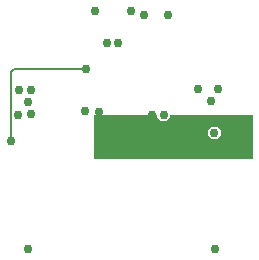
<source format=gbr>
G04 EAGLE Gerber RS-274X export*
G75*
%MOMM*%
%FSLAX34Y34*%
%LPD*%
%INCopper Layer 15*%
%IPPOS*%
%AMOC8*
5,1,8,0,0,1.08239X$1,22.5*%
G01*
%ADD10C,0.756400*%
%ADD11C,0.152400*%
%ADD12C,0.406400*%

G36*
X237520Y82242D02*
X237520Y82242D01*
X237539Y82240D01*
X237641Y82262D01*
X237743Y82279D01*
X237760Y82288D01*
X237780Y82292D01*
X237869Y82345D01*
X237960Y82394D01*
X237974Y82408D01*
X237991Y82418D01*
X238058Y82497D01*
X238130Y82572D01*
X238138Y82590D01*
X238151Y82605D01*
X238190Y82701D01*
X238233Y82795D01*
X238235Y82815D01*
X238243Y82833D01*
X238261Y83000D01*
X238261Y119000D01*
X238258Y119020D01*
X238260Y119039D01*
X238238Y119141D01*
X238222Y119243D01*
X238212Y119260D01*
X238208Y119280D01*
X238155Y119369D01*
X238106Y119460D01*
X238092Y119474D01*
X238082Y119491D01*
X238003Y119558D01*
X237928Y119630D01*
X237910Y119638D01*
X237895Y119651D01*
X237799Y119690D01*
X237705Y119733D01*
X237685Y119735D01*
X237667Y119743D01*
X237500Y119761D01*
X168568Y119761D01*
X168548Y119758D01*
X168529Y119760D01*
X168427Y119738D01*
X168325Y119722D01*
X168308Y119712D01*
X168288Y119708D01*
X168199Y119655D01*
X168108Y119606D01*
X168094Y119592D01*
X168077Y119582D01*
X168010Y119503D01*
X167938Y119428D01*
X167930Y119410D01*
X167917Y119395D01*
X167878Y119299D01*
X167835Y119205D01*
X167833Y119185D01*
X167825Y119167D01*
X167807Y119000D01*
X167807Y117834D01*
X164698Y114725D01*
X160302Y114725D01*
X157193Y117834D01*
X157193Y119000D01*
X157190Y119020D01*
X157192Y119039D01*
X157170Y119141D01*
X157154Y119243D01*
X157144Y119260D01*
X157140Y119280D01*
X157087Y119369D01*
X157038Y119460D01*
X157024Y119474D01*
X157014Y119491D01*
X156935Y119558D01*
X156860Y119630D01*
X156842Y119638D01*
X156827Y119651D01*
X156731Y119690D01*
X156637Y119733D01*
X156617Y119735D01*
X156599Y119743D01*
X156432Y119761D01*
X104500Y119761D01*
X104480Y119758D01*
X104461Y119760D01*
X104359Y119738D01*
X104257Y119722D01*
X104240Y119712D01*
X104220Y119708D01*
X104131Y119655D01*
X104040Y119606D01*
X104026Y119592D01*
X104009Y119582D01*
X103942Y119503D01*
X103871Y119428D01*
X103862Y119410D01*
X103849Y119395D01*
X103810Y119299D01*
X103767Y119205D01*
X103765Y119185D01*
X103757Y119167D01*
X103739Y119000D01*
X103739Y83000D01*
X103742Y82980D01*
X103740Y82961D01*
X103762Y82859D01*
X103779Y82757D01*
X103788Y82740D01*
X103792Y82720D01*
X103845Y82631D01*
X103894Y82540D01*
X103908Y82526D01*
X103918Y82509D01*
X103997Y82442D01*
X104072Y82371D01*
X104090Y82362D01*
X104105Y82349D01*
X104201Y82310D01*
X104295Y82267D01*
X104315Y82265D01*
X104333Y82257D01*
X104500Y82239D01*
X237500Y82239D01*
X237520Y82242D01*
G37*
%LPC*%
G36*
X203302Y99193D02*
X203302Y99193D01*
X200193Y102302D01*
X200193Y106698D01*
X203302Y109807D01*
X207698Y109807D01*
X210807Y106698D01*
X210807Y102302D01*
X207698Y99193D01*
X203302Y99193D01*
G37*
%LPD*%
D10*
X96000Y123000D03*
X162500Y120032D03*
X206000Y6500D03*
X47500Y6000D03*
X134500Y208000D03*
X146000Y204500D03*
X104000Y207500D03*
X50000Y140500D03*
X48000Y130500D03*
X50000Y120500D03*
X40000Y140500D03*
X123500Y181000D03*
X114500Y181000D03*
X166000Y204500D03*
X208500Y141500D03*
X191500Y142094D03*
X202500Y131500D03*
X39068Y120000D03*
X205500Y104500D03*
X97000Y158568D03*
D11*
X96500Y159068D01*
X35568Y159068D01*
X33000Y156500D02*
X33000Y97500D01*
D10*
X33000Y97500D03*
D11*
X33000Y156500D02*
X35568Y159068D01*
D10*
X108000Y122000D03*
X152412Y119900D03*
D12*
X108000Y122000D02*
X108000Y114000D01*
X107500Y113500D01*
D10*
X226500Y113000D03*
X226500Y103000D03*
X226500Y93000D03*
M02*

</source>
